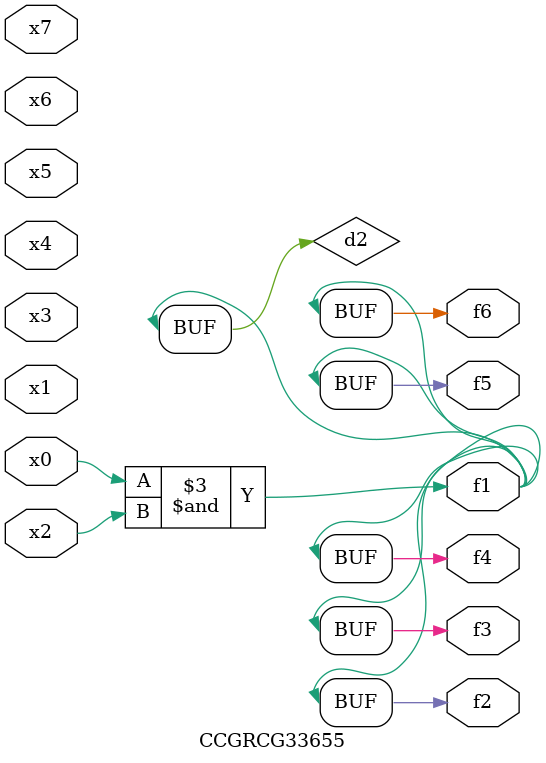
<source format=v>
module CCGRCG33655(
	input x0, x1, x2, x3, x4, x5, x6, x7,
	output f1, f2, f3, f4, f5, f6
);

	wire d1, d2;

	nor (d1, x3, x6);
	and (d2, x0, x2);
	assign f1 = d2;
	assign f2 = d2;
	assign f3 = d2;
	assign f4 = d2;
	assign f5 = d2;
	assign f6 = d2;
endmodule

</source>
